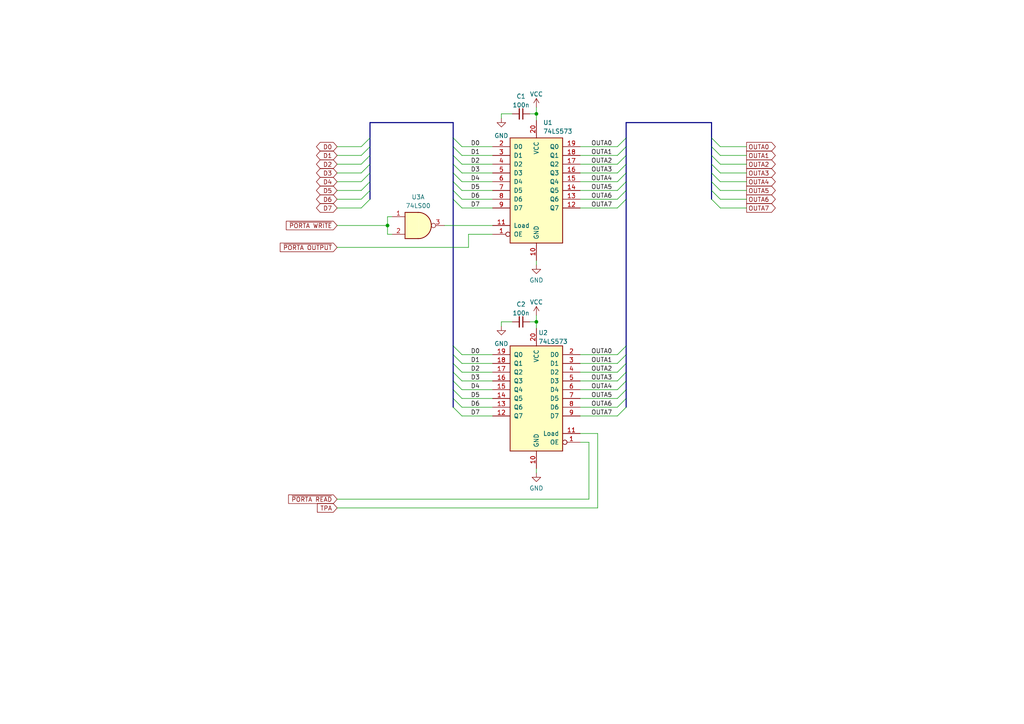
<source format=kicad_sch>
(kicad_sch (version 20230121) (generator eeschema)

  (uuid 5c309221-fd40-4a3f-a436-8cf1388cf367)

  (paper "A4")

  (lib_symbols
    (symbol "74xx:74LS00" (pin_names (offset 1.016)) (in_bom yes) (on_board yes)
      (property "Reference" "U" (at 0 1.27 0)
        (effects (font (size 1.27 1.27)))
      )
      (property "Value" "74LS00" (at 0 -1.27 0)
        (effects (font (size 1.27 1.27)))
      )
      (property "Footprint" "" (at 0 0 0)
        (effects (font (size 1.27 1.27)) hide)
      )
      (property "Datasheet" "http://www.ti.com/lit/gpn/sn74ls00" (at 0 0 0)
        (effects (font (size 1.27 1.27)) hide)
      )
      (property "ki_locked" "" (at 0 0 0)
        (effects (font (size 1.27 1.27)))
      )
      (property "ki_keywords" "TTL nand 2-input" (at 0 0 0)
        (effects (font (size 1.27 1.27)) hide)
      )
      (property "ki_description" "quad 2-input NAND gate" (at 0 0 0)
        (effects (font (size 1.27 1.27)) hide)
      )
      (property "ki_fp_filters" "DIP*W7.62mm* SO14*" (at 0 0 0)
        (effects (font (size 1.27 1.27)) hide)
      )
      (symbol "74LS00_1_1"
        (arc (start 0 -3.81) (mid 3.7934 0) (end 0 3.81)
          (stroke (width 0.254) (type default))
          (fill (type background))
        )
        (polyline
          (pts
            (xy 0 3.81)
            (xy -3.81 3.81)
            (xy -3.81 -3.81)
            (xy 0 -3.81)
          )
          (stroke (width 0.254) (type default))
          (fill (type background))
        )
        (pin input line (at -7.62 2.54 0) (length 3.81)
          (name "~" (effects (font (size 1.27 1.27))))
          (number "1" (effects (font (size 1.27 1.27))))
        )
        (pin input line (at -7.62 -2.54 0) (length 3.81)
          (name "~" (effects (font (size 1.27 1.27))))
          (number "2" (effects (font (size 1.27 1.27))))
        )
        (pin output inverted (at 7.62 0 180) (length 3.81)
          (name "~" (effects (font (size 1.27 1.27))))
          (number "3" (effects (font (size 1.27 1.27))))
        )
      )
      (symbol "74LS00_1_2"
        (arc (start -3.81 -3.81) (mid -2.589 0) (end -3.81 3.81)
          (stroke (width 0.254) (type default))
          (fill (type none))
        )
        (arc (start -0.6096 -3.81) (mid 2.1842 -2.5851) (end 3.81 0)
          (stroke (width 0.254) (type default))
          (fill (type background))
        )
        (polyline
          (pts
            (xy -3.81 -3.81)
            (xy -0.635 -3.81)
          )
          (stroke (width 0.254) (type default))
          (fill (type background))
        )
        (polyline
          (pts
            (xy -3.81 3.81)
            (xy -0.635 3.81)
          )
          (stroke (width 0.254) (type default))
          (fill (type background))
        )
        (polyline
          (pts
            (xy -0.635 3.81)
            (xy -3.81 3.81)
            (xy -3.81 3.81)
            (xy -3.556 3.4036)
            (xy -3.0226 2.2606)
            (xy -2.6924 1.0414)
            (xy -2.6162 -0.254)
            (xy -2.7686 -1.4986)
            (xy -3.175 -2.7178)
            (xy -3.81 -3.81)
            (xy -3.81 -3.81)
            (xy -0.635 -3.81)
          )
          (stroke (width -25.4) (type default))
          (fill (type background))
        )
        (arc (start 3.81 0) (mid 2.1915 2.5936) (end -0.6096 3.81)
          (stroke (width 0.254) (type default))
          (fill (type background))
        )
        (pin input inverted (at -7.62 2.54 0) (length 4.318)
          (name "~" (effects (font (size 1.27 1.27))))
          (number "1" (effects (font (size 1.27 1.27))))
        )
        (pin input inverted (at -7.62 -2.54 0) (length 4.318)
          (name "~" (effects (font (size 1.27 1.27))))
          (number "2" (effects (font (size 1.27 1.27))))
        )
        (pin output line (at 7.62 0 180) (length 3.81)
          (name "~" (effects (font (size 1.27 1.27))))
          (number "3" (effects (font (size 1.27 1.27))))
        )
      )
      (symbol "74LS00_2_1"
        (arc (start 0 -3.81) (mid 3.7934 0) (end 0 3.81)
          (stroke (width 0.254) (type default))
          (fill (type background))
        )
        (polyline
          (pts
            (xy 0 3.81)
            (xy -3.81 3.81)
            (xy -3.81 -3.81)
            (xy 0 -3.81)
          )
          (stroke (width 0.254) (type default))
          (fill (type background))
        )
        (pin input line (at -7.62 2.54 0) (length 3.81)
          (name "~" (effects (font (size 1.27 1.27))))
          (number "4" (effects (font (size 1.27 1.27))))
        )
        (pin input line (at -7.62 -2.54 0) (length 3.81)
          (name "~" (effects (font (size 1.27 1.27))))
          (number "5" (effects (font (size 1.27 1.27))))
        )
        (pin output inverted (at 7.62 0 180) (length 3.81)
          (name "~" (effects (font (size 1.27 1.27))))
          (number "6" (effects (font (size 1.27 1.27))))
        )
      )
      (symbol "74LS00_2_2"
        (arc (start -3.81 -3.81) (mid -2.589 0) (end -3.81 3.81)
          (stroke (width 0.254) (type default))
          (fill (type none))
        )
        (arc (start -0.6096 -3.81) (mid 2.1842 -2.5851) (end 3.81 0)
          (stroke (width 0.254) (type default))
          (fill (type background))
        )
        (polyline
          (pts
            (xy -3.81 -3.81)
            (xy -0.635 -3.81)
          )
          (stroke (width 0.254) (type default))
          (fill (type background))
        )
        (polyline
          (pts
            (xy -3.81 3.81)
            (xy -0.635 3.81)
          )
          (stroke (width 0.254) (type default))
          (fill (type background))
        )
        (polyline
          (pts
            (xy -0.635 3.81)
            (xy -3.81 3.81)
            (xy -3.81 3.81)
            (xy -3.556 3.4036)
            (xy -3.0226 2.2606)
            (xy -2.6924 1.0414)
            (xy -2.6162 -0.254)
            (xy -2.7686 -1.4986)
            (xy -3.175 -2.7178)
            (xy -3.81 -3.81)
            (xy -3.81 -3.81)
            (xy -0.635 -3.81)
          )
          (stroke (width -25.4) (type default))
          (fill (type background))
        )
        (arc (start 3.81 0) (mid 2.1915 2.5936) (end -0.6096 3.81)
          (stroke (width 0.254) (type default))
          (fill (type background))
        )
        (pin input inverted (at -7.62 2.54 0) (length 4.318)
          (name "~" (effects (font (size 1.27 1.27))))
          (number "4" (effects (font (size 1.27 1.27))))
        )
        (pin input inverted (at -7.62 -2.54 0) (length 4.318)
          (name "~" (effects (font (size 1.27 1.27))))
          (number "5" (effects (font (size 1.27 1.27))))
        )
        (pin output line (at 7.62 0 180) (length 3.81)
          (name "~" (effects (font (size 1.27 1.27))))
          (number "6" (effects (font (size 1.27 1.27))))
        )
      )
      (symbol "74LS00_3_1"
        (arc (start 0 -3.81) (mid 3.7934 0) (end 0 3.81)
          (stroke (width 0.254) (type default))
          (fill (type background))
        )
        (polyline
          (pts
            (xy 0 3.81)
            (xy -3.81 3.81)
            (xy -3.81 -3.81)
            (xy 0 -3.81)
          )
          (stroke (width 0.254) (type default))
          (fill (type background))
        )
        (pin input line (at -7.62 -2.54 0) (length 3.81)
          (name "~" (effects (font (size 1.27 1.27))))
          (number "10" (effects (font (size 1.27 1.27))))
        )
        (pin output inverted (at 7.62 0 180) (length 3.81)
          (name "~" (effects (font (size 1.27 1.27))))
          (number "8" (effects (font (size 1.27 1.27))))
        )
        (pin input line (at -7.62 2.54 0) (length 3.81)
          (name "~" (effects (font (size 1.27 1.27))))
          (number "9" (effects (font (size 1.27 1.27))))
        )
      )
      (symbol "74LS00_3_2"
        (arc (start -3.81 -3.81) (mid -2.589 0) (end -3.81 3.81)
          (stroke (width 0.254) (type default))
          (fill (type none))
        )
        (arc (start -0.6096 -3.81) (mid 2.1842 -2.5851) (end 3.81 0)
          (stroke (width 0.254) (type default))
          (fill (type background))
        )
        (polyline
          (pts
            (xy -3.81 -3.81)
            (xy -0.635 -3.81)
          )
          (stroke (width 0.254) (type default))
          (fill (type background))
        )
        (polyline
          (pts
            (xy -3.81 3.81)
            (xy -0.635 3.81)
          )
          (stroke (width 0.254) (type default))
          (fill (type background))
        )
        (polyline
          (pts
            (xy -0.635 3.81)
            (xy -3.81 3.81)
            (xy -3.81 3.81)
            (xy -3.556 3.4036)
            (xy -3.0226 2.2606)
            (xy -2.6924 1.0414)
            (xy -2.6162 -0.254)
            (xy -2.7686 -1.4986)
            (xy -3.175 -2.7178)
            (xy -3.81 -3.81)
            (xy -3.81 -3.81)
            (xy -0.635 -3.81)
          )
          (stroke (width -25.4) (type default))
          (fill (type background))
        )
        (arc (start 3.81 0) (mid 2.1915 2.5936) (end -0.6096 3.81)
          (stroke (width 0.254) (type default))
          (fill (type background))
        )
        (pin input inverted (at -7.62 -2.54 0) (length 4.318)
          (name "~" (effects (font (size 1.27 1.27))))
          (number "10" (effects (font (size 1.27 1.27))))
        )
        (pin output line (at 7.62 0 180) (length 3.81)
          (name "~" (effects (font (size 1.27 1.27))))
          (number "8" (effects (font (size 1.27 1.27))))
        )
        (pin input inverted (at -7.62 2.54 0) (length 4.318)
          (name "~" (effects (font (size 1.27 1.27))))
          (number "9" (effects (font (size 1.27 1.27))))
        )
      )
      (symbol "74LS00_4_1"
        (arc (start 0 -3.81) (mid 3.7934 0) (end 0 3.81)
          (stroke (width 0.254) (type default))
          (fill (type background))
        )
        (polyline
          (pts
            (xy 0 3.81)
            (xy -3.81 3.81)
            (xy -3.81 -3.81)
            (xy 0 -3.81)
          )
          (stroke (width 0.254) (type default))
          (fill (type background))
        )
        (pin output inverted (at 7.62 0 180) (length 3.81)
          (name "~" (effects (font (size 1.27 1.27))))
          (number "11" (effects (font (size 1.27 1.27))))
        )
        (pin input line (at -7.62 2.54 0) (length 3.81)
          (name "~" (effects (font (size 1.27 1.27))))
          (number "12" (effects (font (size 1.27 1.27))))
        )
        (pin input line (at -7.62 -2.54 0) (length 3.81)
          (name "~" (effects (font (size 1.27 1.27))))
          (number "13" (effects (font (size 1.27 1.27))))
        )
      )
      (symbol "74LS00_4_2"
        (arc (start -3.81 -3.81) (mid -2.589 0) (end -3.81 3.81)
          (stroke (width 0.254) (type default))
          (fill (type none))
        )
        (arc (start -0.6096 -3.81) (mid 2.1842 -2.5851) (end 3.81 0)
          (stroke (width 0.254) (type default))
          (fill (type background))
        )
        (polyline
          (pts
            (xy -3.81 -3.81)
            (xy -0.635 -3.81)
          )
          (stroke (width 0.254) (type default))
          (fill (type background))
        )
        (polyline
          (pts
            (xy -3.81 3.81)
            (xy -0.635 3.81)
          )
          (stroke (width 0.254) (type default))
          (fill (type background))
        )
        (polyline
          (pts
            (xy -0.635 3.81)
            (xy -3.81 3.81)
            (xy -3.81 3.81)
            (xy -3.556 3.4036)
            (xy -3.0226 2.2606)
            (xy -2.6924 1.0414)
            (xy -2.6162 -0.254)
            (xy -2.7686 -1.4986)
            (xy -3.175 -2.7178)
            (xy -3.81 -3.81)
            (xy -3.81 -3.81)
            (xy -0.635 -3.81)
          )
          (stroke (width -25.4) (type default))
          (fill (type background))
        )
        (arc (start 3.81 0) (mid 2.1915 2.5936) (end -0.6096 3.81)
          (stroke (width 0.254) (type default))
          (fill (type background))
        )
        (pin output line (at 7.62 0 180) (length 3.81)
          (name "~" (effects (font (size 1.27 1.27))))
          (number "11" (effects (font (size 1.27 1.27))))
        )
        (pin input inverted (at -7.62 2.54 0) (length 4.318)
          (name "~" (effects (font (size 1.27 1.27))))
          (number "12" (effects (font (size 1.27 1.27))))
        )
        (pin input inverted (at -7.62 -2.54 0) (length 4.318)
          (name "~" (effects (font (size 1.27 1.27))))
          (number "13" (effects (font (size 1.27 1.27))))
        )
      )
      (symbol "74LS00_5_0"
        (pin power_in line (at 0 12.7 270) (length 5.08)
          (name "VCC" (effects (font (size 1.27 1.27))))
          (number "14" (effects (font (size 1.27 1.27))))
        )
        (pin power_in line (at 0 -12.7 90) (length 5.08)
          (name "GND" (effects (font (size 1.27 1.27))))
          (number "7" (effects (font (size 1.27 1.27))))
        )
      )
      (symbol "74LS00_5_1"
        (rectangle (start -5.08 7.62) (end 5.08 -7.62)
          (stroke (width 0.254) (type default))
          (fill (type background))
        )
      )
    )
    (symbol "74xx:74LS573" (pin_names (offset 1.016)) (in_bom yes) (on_board yes)
      (property "Reference" "U" (at -7.62 16.51 0)
        (effects (font (size 1.27 1.27)))
      )
      (property "Value" "74LS573" (at -7.62 -16.51 0)
        (effects (font (size 1.27 1.27)))
      )
      (property "Footprint" "" (at 0 0 0)
        (effects (font (size 1.27 1.27)) hide)
      )
      (property "Datasheet" "74xx/74hc573.pdf" (at 0 0 0)
        (effects (font (size 1.27 1.27)) hide)
      )
      (property "ki_locked" "" (at 0 0 0)
        (effects (font (size 1.27 1.27)))
      )
      (property "ki_keywords" "TTL DFF DFF8 LATCH 3State" (at 0 0 0)
        (effects (font (size 1.27 1.27)) hide)
      )
      (property "ki_description" "8-bit Latch 3-state outputs" (at 0 0 0)
        (effects (font (size 1.27 1.27)) hide)
      )
      (property "ki_fp_filters" "DIP?20*" (at 0 0 0)
        (effects (font (size 1.27 1.27)) hide)
      )
      (symbol "74LS573_1_0"
        (pin input inverted (at -12.7 -12.7 0) (length 5.08)
          (name "OE" (effects (font (size 1.27 1.27))))
          (number "1" (effects (font (size 1.27 1.27))))
        )
        (pin power_in line (at 0 -20.32 90) (length 5.08)
          (name "GND" (effects (font (size 1.27 1.27))))
          (number "10" (effects (font (size 1.27 1.27))))
        )
        (pin input line (at -12.7 -10.16 0) (length 5.08)
          (name "Load" (effects (font (size 1.27 1.27))))
          (number "11" (effects (font (size 1.27 1.27))))
        )
        (pin tri_state line (at 12.7 -5.08 180) (length 5.08)
          (name "Q7" (effects (font (size 1.27 1.27))))
          (number "12" (effects (font (size 1.27 1.27))))
        )
        (pin tri_state line (at 12.7 -2.54 180) (length 5.08)
          (name "Q6" (effects (font (size 1.27 1.27))))
          (number "13" (effects (font (size 1.27 1.27))))
        )
        (pin tri_state line (at 12.7 0 180) (length 5.08)
          (name "Q5" (effects (font (size 1.27 1.27))))
          (number "14" (effects (font (size 1.27 1.27))))
        )
        (pin tri_state line (at 12.7 2.54 180) (length 5.08)
          (name "Q4" (effects (font (size 1.27 1.27))))
          (number "15" (effects (font (size 1.27 1.27))))
        )
        (pin tri_state line (at 12.7 5.08 180) (length 5.08)
          (name "Q3" (effects (font (size 1.27 1.27))))
          (number "16" (effects (font (size 1.27 1.27))))
        )
        (pin tri_state line (at 12.7 7.62 180) (length 5.08)
          (name "Q2" (effects (font (size 1.27 1.27))))
          (number "17" (effects (font (size 1.27 1.27))))
        )
        (pin tri_state line (at 12.7 10.16 180) (length 5.08)
          (name "Q1" (effects (font (size 1.27 1.27))))
          (number "18" (effects (font (size 1.27 1.27))))
        )
        (pin tri_state line (at 12.7 12.7 180) (length 5.08)
          (name "Q0" (effects (font (size 1.27 1.27))))
          (number "19" (effects (font (size 1.27 1.27))))
        )
        (pin input line (at -12.7 12.7 0) (length 5.08)
          (name "D0" (effects (font (size 1.27 1.27))))
          (number "2" (effects (font (size 1.27 1.27))))
        )
        (pin power_in line (at 0 20.32 270) (length 5.08)
          (name "VCC" (effects (font (size 1.27 1.27))))
          (number "20" (effects (font (size 1.27 1.27))))
        )
        (pin input line (at -12.7 10.16 0) (length 5.08)
          (name "D1" (effects (font (size 1.27 1.27))))
          (number "3" (effects (font (size 1.27 1.27))))
        )
        (pin input line (at -12.7 7.62 0) (length 5.08)
          (name "D2" (effects (font (size 1.27 1.27))))
          (number "4" (effects (font (size 1.27 1.27))))
        )
        (pin input line (at -12.7 5.08 0) (length 5.08)
          (name "D3" (effects (font (size 1.27 1.27))))
          (number "5" (effects (font (size 1.27 1.27))))
        )
        (pin input line (at -12.7 2.54 0) (length 5.08)
          (name "D4" (effects (font (size 1.27 1.27))))
          (number "6" (effects (font (size 1.27 1.27))))
        )
        (pin input line (at -12.7 0 0) (length 5.08)
          (name "D5" (effects (font (size 1.27 1.27))))
          (number "7" (effects (font (size 1.27 1.27))))
        )
        (pin input line (at -12.7 -2.54 0) (length 5.08)
          (name "D6" (effects (font (size 1.27 1.27))))
          (number "8" (effects (font (size 1.27 1.27))))
        )
        (pin input line (at -12.7 -5.08 0) (length 5.08)
          (name "D7" (effects (font (size 1.27 1.27))))
          (number "9" (effects (font (size 1.27 1.27))))
        )
      )
      (symbol "74LS573_1_1"
        (rectangle (start -7.62 15.24) (end 7.62 -15.24)
          (stroke (width 0.254) (type default))
          (fill (type background))
        )
      )
    )
    (symbol "Device:C_Small" (pin_numbers hide) (pin_names (offset 0.254) hide) (in_bom yes) (on_board yes)
      (property "Reference" "C" (at 0.254 1.778 0)
        (effects (font (size 1.27 1.27)) (justify left))
      )
      (property "Value" "C_Small" (at 0.254 -2.032 0)
        (effects (font (size 1.27 1.27)) (justify left))
      )
      (property "Footprint" "" (at 0 0 0)
        (effects (font (size 1.27 1.27)) hide)
      )
      (property "Datasheet" "~" (at 0 0 0)
        (effects (font (size 1.27 1.27)) hide)
      )
      (property "ki_keywords" "capacitor cap" (at 0 0 0)
        (effects (font (size 1.27 1.27)) hide)
      )
      (property "ki_description" "Unpolarized capacitor, small symbol" (at 0 0 0)
        (effects (font (size 1.27 1.27)) hide)
      )
      (property "ki_fp_filters" "C_*" (at 0 0 0)
        (effects (font (size 1.27 1.27)) hide)
      )
      (symbol "C_Small_0_1"
        (polyline
          (pts
            (xy -1.524 -0.508)
            (xy 1.524 -0.508)
          )
          (stroke (width 0.3302) (type default))
          (fill (type none))
        )
        (polyline
          (pts
            (xy -1.524 0.508)
            (xy 1.524 0.508)
          )
          (stroke (width 0.3048) (type default))
          (fill (type none))
        )
      )
      (symbol "C_Small_1_1"
        (pin passive line (at 0 2.54 270) (length 2.032)
          (name "~" (effects (font (size 1.27 1.27))))
          (number "1" (effects (font (size 1.27 1.27))))
        )
        (pin passive line (at 0 -2.54 90) (length 2.032)
          (name "~" (effects (font (size 1.27 1.27))))
          (number "2" (effects (font (size 1.27 1.27))))
        )
      )
    )
    (symbol "power:GND" (power) (pin_names (offset 0)) (in_bom yes) (on_board yes)
      (property "Reference" "#PWR" (at 0 -6.35 0)
        (effects (font (size 1.27 1.27)) hide)
      )
      (property "Value" "GND" (at 0 -3.81 0)
        (effects (font (size 1.27 1.27)))
      )
      (property "Footprint" "" (at 0 0 0)
        (effects (font (size 1.27 1.27)) hide)
      )
      (property "Datasheet" "" (at 0 0 0)
        (effects (font (size 1.27 1.27)) hide)
      )
      (property "ki_keywords" "global power" (at 0 0 0)
        (effects (font (size 1.27 1.27)) hide)
      )
      (property "ki_description" "Power symbol creates a global label with name \"GND\" , ground" (at 0 0 0)
        (effects (font (size 1.27 1.27)) hide)
      )
      (symbol "GND_0_1"
        (polyline
          (pts
            (xy 0 0)
            (xy 0 -1.27)
            (xy 1.27 -1.27)
            (xy 0 -2.54)
            (xy -1.27 -1.27)
            (xy 0 -1.27)
          )
          (stroke (width 0) (type default))
          (fill (type none))
        )
      )
      (symbol "GND_1_1"
        (pin power_in line (at 0 0 270) (length 0) hide
          (name "GND" (effects (font (size 1.27 1.27))))
          (number "1" (effects (font (size 1.27 1.27))))
        )
      )
    )
    (symbol "power:VCC" (power) (pin_names (offset 0)) (in_bom yes) (on_board yes)
      (property "Reference" "#PWR" (at 0 -3.81 0)
        (effects (font (size 1.27 1.27)) hide)
      )
      (property "Value" "VCC" (at 0 3.81 0)
        (effects (font (size 1.27 1.27)))
      )
      (property "Footprint" "" (at 0 0 0)
        (effects (font (size 1.27 1.27)) hide)
      )
      (property "Datasheet" "" (at 0 0 0)
        (effects (font (size 1.27 1.27)) hide)
      )
      (property "ki_keywords" "global power" (at 0 0 0)
        (effects (font (size 1.27 1.27)) hide)
      )
      (property "ki_description" "Power symbol creates a global label with name \"VCC\"" (at 0 0 0)
        (effects (font (size 1.27 1.27)) hide)
      )
      (symbol "VCC_0_1"
        (polyline
          (pts
            (xy -0.762 1.27)
            (xy 0 2.54)
          )
          (stroke (width 0) (type default))
          (fill (type none))
        )
        (polyline
          (pts
            (xy 0 0)
            (xy 0 2.54)
          )
          (stroke (width 0) (type default))
          (fill (type none))
        )
        (polyline
          (pts
            (xy 0 2.54)
            (xy 0.762 1.27)
          )
          (stroke (width 0) (type default))
          (fill (type none))
        )
      )
      (symbol "VCC_1_1"
        (pin power_in line (at 0 0 90) (length 0) hide
          (name "VCC" (effects (font (size 1.27 1.27))))
          (number "1" (effects (font (size 1.27 1.27))))
        )
      )
    )
  )

  (junction (at 112.395 65.405) (diameter 0) (color 0 0 0 0)
    (uuid 15e57725-8ba9-4c5f-aecb-b70e4a3eca93)
  )
  (junction (at 155.575 93.345) (diameter 0) (color 0 0 0 0)
    (uuid 58357c06-5378-4bdb-a0e1-8c13c2c3b92c)
  )
  (junction (at 155.575 33.02) (diameter 0) (color 0 0 0 0)
    (uuid 5e8f1e8a-e5e4-4788-ac67-fe1792843e70)
  )

  (bus_entry (at 206.375 50.165) (size 2.54 2.54)
    (stroke (width 0) (type default))
    (uuid 0116fbea-65ff-4529-88a5-e6d0160043e4)
  )
  (bus_entry (at 107.315 55.245) (size -2.54 2.54)
    (stroke (width 0) (type default))
    (uuid 074df98d-f20d-4994-8975-57ea0fcebadc)
  )
  (bus_entry (at 181.61 47.625) (size -2.54 2.54)
    (stroke (width 0) (type default))
    (uuid 0835949a-3c26-4fca-a526-e931f6408710)
  )
  (bus_entry (at 181.61 100.33) (size -2.54 2.54)
    (stroke (width 0) (type default))
    (uuid 0fe167cf-f0ba-4f3c-8bed-66e641072fdf)
  )
  (bus_entry (at 131.445 55.245) (size 2.54 2.54)
    (stroke (width 0) (type default))
    (uuid 13d1f117-32af-45fd-b219-49e8e6533059)
  )
  (bus_entry (at 181.61 42.545) (size -2.54 2.54)
    (stroke (width 0) (type default))
    (uuid 1ae27835-d1c2-47ff-a457-67c853de7e89)
  )
  (bus_entry (at 181.61 50.165) (size -2.54 2.54)
    (stroke (width 0) (type default))
    (uuid 2044b4f6-e252-4687-93d4-22617563ce8a)
  )
  (bus_entry (at 131.445 52.705) (size 2.54 2.54)
    (stroke (width 0) (type default))
    (uuid 265e1c43-7fa1-4b4f-b7f9-0a57020f3fad)
  )
  (bus_entry (at 181.61 57.785) (size -2.54 2.54)
    (stroke (width 0) (type default))
    (uuid 37c59ea4-a80d-40d5-b84e-3bbfc721b991)
  )
  (bus_entry (at 131.445 105.41) (size 2.54 2.54)
    (stroke (width 0) (type default))
    (uuid 3a855bc7-0c87-4afc-a47a-771a65a7fac4)
  )
  (bus_entry (at 206.375 42.545) (size 2.54 2.54)
    (stroke (width 0) (type default))
    (uuid 46433902-35ad-4d9b-8314-1a999ace49e7)
  )
  (bus_entry (at 131.445 47.625) (size 2.54 2.54)
    (stroke (width 0) (type default))
    (uuid 47b0f592-a59b-4e82-92f1-c9a389ced8bd)
  )
  (bus_entry (at 131.445 50.165) (size 2.54 2.54)
    (stroke (width 0) (type default))
    (uuid 4ecc69d2-ddef-41e9-a254-1abf847f3373)
  )
  (bus_entry (at 131.445 42.545) (size 2.54 2.54)
    (stroke (width 0) (type default))
    (uuid 56e19dfb-9481-42f5-9913-966d535ba751)
  )
  (bus_entry (at 181.61 102.87) (size -2.54 2.54)
    (stroke (width 0) (type default))
    (uuid 5e3d383a-bafc-4af9-8d24-5bc2e2293a6e)
  )
  (bus_entry (at 131.445 40.005) (size 2.54 2.54)
    (stroke (width 0) (type default))
    (uuid 600c7722-a2b4-4dd6-865b-5daca955405c)
  )
  (bus_entry (at 107.315 40.005) (size -2.54 2.54)
    (stroke (width 0) (type default))
    (uuid 67b42a8f-286d-4841-badb-c9f8559431eb)
  )
  (bus_entry (at 131.445 102.87) (size 2.54 2.54)
    (stroke (width 0) (type default))
    (uuid 711e8e07-a2f3-4fd3-96e9-adfe22cccbf9)
  )
  (bus_entry (at 131.445 100.33) (size 2.54 2.54)
    (stroke (width 0) (type default))
    (uuid 7718c334-d9ba-4541-b7b0-dadb6e1d7c3d)
  )
  (bus_entry (at 206.375 40.005) (size 2.54 2.54)
    (stroke (width 0) (type default))
    (uuid 7cb5b198-5a82-4fba-a27e-90c168f2d378)
  )
  (bus_entry (at 131.445 107.95) (size 2.54 2.54)
    (stroke (width 0) (type default))
    (uuid 7e207304-c7b6-4f55-95ff-5b0275a2a21c)
  )
  (bus_entry (at 131.445 115.57) (size 2.54 2.54)
    (stroke (width 0) (type default))
    (uuid 7fbb467a-0aed-475c-b8ac-046454456370)
  )
  (bus_entry (at 181.61 55.245) (size -2.54 2.54)
    (stroke (width 0) (type default))
    (uuid 7fea30c2-0361-4935-b176-e450849441ab)
  )
  (bus_entry (at 181.61 52.705) (size -2.54 2.54)
    (stroke (width 0) (type default))
    (uuid 84e80188-0a37-4d99-87f2-b4a5ee64e5a4)
  )
  (bus_entry (at 131.445 118.11) (size 2.54 2.54)
    (stroke (width 0) (type default))
    (uuid 8f46a7fc-5271-428c-a18e-1411d0c7f2d6)
  )
  (bus_entry (at 107.315 47.625) (size -2.54 2.54)
    (stroke (width 0) (type default))
    (uuid 93de9c19-d9d1-4b89-a7df-0e77a873239e)
  )
  (bus_entry (at 107.315 42.545) (size -2.54 2.54)
    (stroke (width 0) (type default))
    (uuid 94b9030f-4cdb-4839-919a-5741fb11cdbc)
  )
  (bus_entry (at 181.61 105.41) (size -2.54 2.54)
    (stroke (width 0) (type default))
    (uuid 954e0c03-f100-4abf-a451-61c82ce6d843)
  )
  (bus_entry (at 181.61 115.57) (size -2.54 2.54)
    (stroke (width 0) (type default))
    (uuid 9db75c8b-5bd5-4d16-b3a0-9c8bd7baf0d6)
  )
  (bus_entry (at 107.315 45.085) (size -2.54 2.54)
    (stroke (width 0) (type default))
    (uuid a4a3379d-d678-4456-88b9-70d31ac8e2e0)
  )
  (bus_entry (at 181.61 45.085) (size -2.54 2.54)
    (stroke (width 0) (type default))
    (uuid a532b8b6-3e92-4e07-8248-14cd8b705903)
  )
  (bus_entry (at 131.445 45.085) (size 2.54 2.54)
    (stroke (width 0) (type default))
    (uuid ae379953-9d74-4b4b-a1e8-278ce47d7c6d)
  )
  (bus_entry (at 206.375 45.085) (size 2.54 2.54)
    (stroke (width 0) (type default))
    (uuid b4050b62-8670-4926-bca9-848eb8afb55a)
  )
  (bus_entry (at 206.375 55.245) (size 2.54 2.54)
    (stroke (width 0) (type default))
    (uuid b987b1ca-118b-41dd-a09a-67b2c04e17bc)
  )
  (bus_entry (at 206.375 57.785) (size 2.54 2.54)
    (stroke (width 0) (type default))
    (uuid bf26f1a5-5351-4434-8cd7-cac70594fcb8)
  )
  (bus_entry (at 107.315 50.165) (size -2.54 2.54)
    (stroke (width 0) (type default))
    (uuid c6489a99-d6b5-440d-a721-8f715d84ded9)
  )
  (bus_entry (at 107.315 52.705) (size -2.54 2.54)
    (stroke (width 0) (type default))
    (uuid c701007b-7bfa-4992-975d-0eeecab74e7d)
  )
  (bus_entry (at 181.61 118.11) (size -2.54 2.54)
    (stroke (width 0) (type default))
    (uuid d0f30295-29d3-49cc-b4da-9e06ce6f1e9b)
  )
  (bus_entry (at 107.315 57.785) (size -2.54 2.54)
    (stroke (width 0) (type default))
    (uuid db31c9f1-e48b-4a19-b7c1-b8bb5fe88c72)
  )
  (bus_entry (at 206.375 47.625) (size 2.54 2.54)
    (stroke (width 0) (type default))
    (uuid dd076491-761d-46b9-a133-b8d8f57be655)
  )
  (bus_entry (at 206.375 52.705) (size 2.54 2.54)
    (stroke (width 0) (type default))
    (uuid dfdaf921-7e89-4cdb-9a3d-80e2e7ca797e)
  )
  (bus_entry (at 181.61 110.49) (size -2.54 2.54)
    (stroke (width 0) (type default))
    (uuid e4ee40cd-faa1-4b5d-8b08-9cfd07c90039)
  )
  (bus_entry (at 181.61 40.005) (size -2.54 2.54)
    (stroke (width 0) (type default))
    (uuid f01fb019-65eb-4f2f-9fec-9bd094239df2)
  )
  (bus_entry (at 131.445 113.03) (size 2.54 2.54)
    (stroke (width 0) (type default))
    (uuid f28784f3-5a64-4539-84db-b921d5ae45e9)
  )
  (bus_entry (at 131.445 57.785) (size 2.54 2.54)
    (stroke (width 0) (type default))
    (uuid f28d0dd3-a72d-455c-99ea-09fdb9d9e2ac)
  )
  (bus_entry (at 181.61 113.03) (size -2.54 2.54)
    (stroke (width 0) (type default))
    (uuid f3f64e1c-5868-4321-8e2b-dcb36137255a)
  )
  (bus_entry (at 131.445 110.49) (size 2.54 2.54)
    (stroke (width 0) (type default))
    (uuid f61cc8fc-d794-4e91-96dc-56cb463a5d25)
  )
  (bus_entry (at 181.61 107.95) (size -2.54 2.54)
    (stroke (width 0) (type default))
    (uuid f84723fa-9885-456a-b9f4-a22573c5a388)
  )

  (wire (pts (xy 155.575 135.89) (xy 155.575 137.16))
    (stroke (width 0) (type default))
    (uuid 0071dd2f-fb4f-4949-99c9-20a1fe803c25)
  )
  (wire (pts (xy 135.89 67.945) (xy 135.89 71.755))
    (stroke (width 0) (type default))
    (uuid 023008cd-19ce-4985-b5c1-7eb33fc0d83c)
  )
  (bus (pts (xy 206.375 50.165) (xy 206.375 52.705))
    (stroke (width 0) (type default))
    (uuid 0317dacc-7fc6-4eb2-99ca-ea25118ef269)
  )
  (bus (pts (xy 181.61 107.95) (xy 181.61 105.41))
    (stroke (width 0) (type default))
    (uuid 04135423-9a47-4554-a04b-89fd7e667bbd)
  )

  (wire (pts (xy 133.985 115.57) (xy 142.875 115.57))
    (stroke (width 0) (type default))
    (uuid 05bdd428-34aa-41bc-b884-91bf5adfdf0f)
  )
  (wire (pts (xy 145.415 93.345) (xy 145.415 94.615))
    (stroke (width 0) (type default))
    (uuid 084adac5-1f1d-428e-9092-d82228c52b7e)
  )
  (bus (pts (xy 107.315 45.085) (xy 107.315 47.625))
    (stroke (width 0) (type default))
    (uuid 0c7427f0-b18f-4aa9-b2b7-7ef3de548d17)
  )

  (wire (pts (xy 168.275 50.165) (xy 179.07 50.165))
    (stroke (width 0) (type default))
    (uuid 0d0a1a10-96ba-4cca-be49-dcf46a0e331e)
  )
  (bus (pts (xy 181.61 35.56) (xy 206.375 35.56))
    (stroke (width 0) (type default))
    (uuid 0e63c946-f6f1-4ce4-a048-bde84c02bcf1)
  )

  (wire (pts (xy 97.79 147.32) (xy 173.355 147.32))
    (stroke (width 0) (type default))
    (uuid 0eabb9ff-4144-4bba-8500-251535a2a736)
  )
  (wire (pts (xy 133.985 57.785) (xy 142.875 57.785))
    (stroke (width 0) (type default))
    (uuid 10349372-9ded-4c99-a021-7b375557f360)
  )
  (wire (pts (xy 168.275 55.245) (xy 179.07 55.245))
    (stroke (width 0) (type default))
    (uuid 104f978f-8b34-4ff4-a69e-766a87024e64)
  )
  (wire (pts (xy 97.79 65.405) (xy 112.395 65.405))
    (stroke (width 0) (type default))
    (uuid 12ca9d0d-4abd-43c5-a6ef-f30aeb37f06b)
  )
  (bus (pts (xy 131.445 42.545) (xy 131.445 40.005))
    (stroke (width 0) (type default))
    (uuid 1a8e5c1b-a8d0-412e-a00b-4593962c47d5)
  )
  (bus (pts (xy 131.445 35.56) (xy 107.315 35.56))
    (stroke (width 0) (type default))
    (uuid 1d8312d2-f06a-4e45-86c6-db8a283981e5)
  )

  (wire (pts (xy 133.985 42.545) (xy 142.875 42.545))
    (stroke (width 0) (type default))
    (uuid 2042f1fc-59b0-4b1d-9185-89a63c8b8863)
  )
  (wire (pts (xy 168.275 52.705) (xy 179.07 52.705))
    (stroke (width 0) (type default))
    (uuid 23bb2d93-bcab-493e-b45a-433e153bdf16)
  )
  (bus (pts (xy 131.445 107.95) (xy 131.445 105.41))
    (stroke (width 0) (type default))
    (uuid 251ca653-6e7c-4cae-a62f-f216230d6337)
  )

  (wire (pts (xy 153.67 93.345) (xy 155.575 93.345))
    (stroke (width 0) (type default))
    (uuid 25434226-7b6f-4128-b5a9-647f9d4cd5d5)
  )
  (wire (pts (xy 168.275 110.49) (xy 179.07 110.49))
    (stroke (width 0) (type default))
    (uuid 2543d688-2a0c-4d47-9e99-174cc67751d9)
  )
  (wire (pts (xy 133.985 105.41) (xy 142.875 105.41))
    (stroke (width 0) (type default))
    (uuid 27d3d6e5-7e1d-4e81-9d32-ba1c709b60af)
  )
  (bus (pts (xy 131.445 57.785) (xy 131.445 55.245))
    (stroke (width 0) (type default))
    (uuid 2b5dbb0a-58aa-4fa0-be1e-d9a0fc09e665)
  )
  (bus (pts (xy 107.315 42.545) (xy 107.315 45.085))
    (stroke (width 0) (type default))
    (uuid 2badcd45-2401-455f-9004-629218e04456)
  )
  (bus (pts (xy 131.445 40.005) (xy 131.445 35.56))
    (stroke (width 0) (type default))
    (uuid 2e742da5-ceec-4fa6-80ff-28f8afd2b6e7)
  )

  (wire (pts (xy 153.67 33.02) (xy 155.575 33.02))
    (stroke (width 0) (type default))
    (uuid 2f950c2b-c8eb-4d9b-94f2-4c5c9193c011)
  )
  (wire (pts (xy 133.985 118.11) (xy 142.875 118.11))
    (stroke (width 0) (type default))
    (uuid 3331ef80-aa96-426f-966c-c811a012fc7a)
  )
  (wire (pts (xy 133.985 55.245) (xy 142.875 55.245))
    (stroke (width 0) (type default))
    (uuid 3945599a-0778-4550-bacf-74420932b5c7)
  )
  (wire (pts (xy 97.79 52.705) (xy 104.775 52.705))
    (stroke (width 0) (type default))
    (uuid 3a17da4f-d5ee-4eda-92c0-d0af902fd1ce)
  )
  (wire (pts (xy 112.395 65.405) (xy 112.395 67.945))
    (stroke (width 0) (type default))
    (uuid 3f120c3c-f595-42c8-8fde-851023614bd2)
  )
  (bus (pts (xy 181.61 110.49) (xy 181.61 107.95))
    (stroke (width 0) (type default))
    (uuid 41e5139f-d821-4b94-b139-2ba451011532)
  )
  (bus (pts (xy 181.61 105.41) (xy 181.61 102.87))
    (stroke (width 0) (type default))
    (uuid 41f1ecf1-2cb7-4ba6-a1ec-a6c985a82885)
  )
  (bus (pts (xy 181.61 52.705) (xy 181.61 50.165))
    (stroke (width 0) (type default))
    (uuid 4609b11f-43a1-4e1a-b3a2-4709e2bb5dcf)
  )
  (bus (pts (xy 181.61 113.03) (xy 181.61 110.49))
    (stroke (width 0) (type default))
    (uuid 488c515d-986f-4913-894a-e000604e85d3)
  )
  (bus (pts (xy 181.61 50.165) (xy 181.61 47.625))
    (stroke (width 0) (type default))
    (uuid 49daa977-f70f-496a-bc09-b762b61b3296)
  )

  (wire (pts (xy 208.915 55.245) (xy 216.535 55.245))
    (stroke (width 0) (type default))
    (uuid 508d2b1d-47bd-49b9-aa3d-fc9fb0b37fbe)
  )
  (bus (pts (xy 131.445 110.49) (xy 131.445 107.95))
    (stroke (width 0) (type default))
    (uuid 52604feb-1285-4427-8705-626e4b062d22)
  )
  (bus (pts (xy 181.61 47.625) (xy 181.61 45.085))
    (stroke (width 0) (type default))
    (uuid 560088c1-1e7c-4ea3-93fc-d5b6885a56f3)
  )
  (bus (pts (xy 131.445 100.33) (xy 131.445 57.785))
    (stroke (width 0) (type default))
    (uuid 5630b1d5-ade2-433a-8e64-9844d0a20342)
  )

  (wire (pts (xy 168.275 107.95) (xy 179.07 107.95))
    (stroke (width 0) (type default))
    (uuid 578667eb-10ce-4035-8dd1-98ad290d74e1)
  )
  (bus (pts (xy 206.375 52.705) (xy 206.375 55.245))
    (stroke (width 0) (type default))
    (uuid 5c77b9cd-b349-4d61-9651-a8cf03b948a8)
  )

  (wire (pts (xy 97.79 47.625) (xy 104.775 47.625))
    (stroke (width 0) (type default))
    (uuid 5d7ddb99-997b-4b36-a30d-f52c33f2bfe4)
  )
  (wire (pts (xy 112.395 62.865) (xy 112.395 65.405))
    (stroke (width 0) (type default))
    (uuid 5de040a6-f3be-4655-b632-288a229f0ceb)
  )
  (bus (pts (xy 131.445 47.625) (xy 131.445 45.085))
    (stroke (width 0) (type default))
    (uuid 601a5fb3-41ee-4e2c-b77c-0bbe39e3a0d1)
  )

  (wire (pts (xy 112.395 67.945) (xy 113.665 67.945))
    (stroke (width 0) (type default))
    (uuid 6064c6ac-0c88-4c29-b658-8d1622a44eba)
  )
  (wire (pts (xy 145.415 33.02) (xy 145.415 34.29))
    (stroke (width 0) (type default))
    (uuid 61c6dec4-5a6f-4360-8865-84e227c698a6)
  )
  (wire (pts (xy 128.905 65.405) (xy 142.875 65.405))
    (stroke (width 0) (type default))
    (uuid 66a4fcee-a3ce-4c81-82eb-5708831d9273)
  )
  (bus (pts (xy 107.315 55.245) (xy 107.315 57.785))
    (stroke (width 0) (type default))
    (uuid 677ab86a-189c-435f-ae83-ea29db584915)
  )
  (bus (pts (xy 181.61 42.545) (xy 181.61 40.005))
    (stroke (width 0) (type default))
    (uuid 699623b4-c23d-4119-92c1-4b50343b5d35)
  )
  (bus (pts (xy 181.61 57.785) (xy 181.61 55.245))
    (stroke (width 0) (type default))
    (uuid 6d5f5549-72cc-4b0d-ac33-c19c2bdb62d3)
  )

  (wire (pts (xy 148.59 33.02) (xy 145.415 33.02))
    (stroke (width 0) (type default))
    (uuid 6e72dda9-3e16-45de-88fa-1847e3cd8da4)
  )
  (wire (pts (xy 113.665 62.865) (xy 112.395 62.865))
    (stroke (width 0) (type default))
    (uuid 70902acd-7abf-42f1-9949-bf48d23e5a9f)
  )
  (bus (pts (xy 131.445 55.245) (xy 131.445 52.705))
    (stroke (width 0) (type default))
    (uuid 77aceea8-5006-4eab-aba5-7eea90c78c5a)
  )

  (wire (pts (xy 155.575 33.02) (xy 155.575 34.925))
    (stroke (width 0) (type default))
    (uuid 77ddb610-6e5f-4e95-9b3a-03e6b04823bf)
  )
  (bus (pts (xy 107.315 40.005) (xy 107.315 42.545))
    (stroke (width 0) (type default))
    (uuid 79de1b04-562d-49fc-a5c6-16bfa72cb71d)
  )
  (bus (pts (xy 131.445 113.03) (xy 131.445 110.49))
    (stroke (width 0) (type default))
    (uuid 7a1bb58e-0fae-4c66-8556-8e97c183c8f1)
  )
  (bus (pts (xy 107.315 50.165) (xy 107.315 52.705))
    (stroke (width 0) (type default))
    (uuid 7b540eae-f887-45b1-82a4-1420b26d3a72)
  )

  (wire (pts (xy 168.275 115.57) (xy 179.07 115.57))
    (stroke (width 0) (type default))
    (uuid 7c6a0524-0deb-4377-9edc-eea5fff48752)
  )
  (wire (pts (xy 133.985 110.49) (xy 142.875 110.49))
    (stroke (width 0) (type default))
    (uuid 7d85c9d3-eaa7-42e2-8a7f-29099d608b16)
  )
  (wire (pts (xy 133.985 60.325) (xy 142.875 60.325))
    (stroke (width 0) (type default))
    (uuid 7ff9bea8-0730-4a72-be25-3b9c41dc4c5a)
  )
  (bus (pts (xy 181.61 100.33) (xy 181.61 57.785))
    (stroke (width 0) (type default))
    (uuid 80420c8d-524e-4804-b457-43a4fc551958)
  )
  (bus (pts (xy 206.375 55.245) (xy 206.375 57.785))
    (stroke (width 0) (type default))
    (uuid 8094a4f0-a483-411b-bbbb-50e01ac2c85f)
  )
  (bus (pts (xy 206.375 47.625) (xy 206.375 50.165))
    (stroke (width 0) (type default))
    (uuid 8342fba2-a3e4-4c2e-9daa-9dd786e902af)
  )

  (wire (pts (xy 133.985 45.085) (xy 142.875 45.085))
    (stroke (width 0) (type default))
    (uuid 867591b9-ac77-4042-b5f4-fe7cd4c38394)
  )
  (wire (pts (xy 155.575 31.115) (xy 155.575 33.02))
    (stroke (width 0) (type default))
    (uuid 868e3ff9-620c-46d5-aaa1-f46c94cada04)
  )
  (wire (pts (xy 168.275 47.625) (xy 179.07 47.625))
    (stroke (width 0) (type default))
    (uuid 89c679fd-4e14-4889-86b2-1001e267d462)
  )
  (wire (pts (xy 97.79 55.245) (xy 104.775 55.245))
    (stroke (width 0) (type default))
    (uuid 8b877b3d-def4-45a0-91a7-4970961f6bfd)
  )
  (wire (pts (xy 133.985 113.03) (xy 142.875 113.03))
    (stroke (width 0) (type default))
    (uuid 8bcea8ee-6df5-4d58-aad5-9134e79528c5)
  )
  (bus (pts (xy 131.445 115.57) (xy 131.445 113.03))
    (stroke (width 0) (type default))
    (uuid 8d45720a-c64a-493c-ae71-aecb5a8879af)
  )

  (wire (pts (xy 168.275 60.325) (xy 179.07 60.325))
    (stroke (width 0) (type default))
    (uuid 8ec6ce98-10e7-4bf8-8c61-6a6431b1e5b4)
  )
  (bus (pts (xy 131.445 50.165) (xy 131.445 47.625))
    (stroke (width 0) (type default))
    (uuid 8f2f1e89-f2b3-44c2-bb88-879c47ea078f)
  )

  (wire (pts (xy 208.915 42.545) (xy 216.535 42.545))
    (stroke (width 0) (type default))
    (uuid 98629d11-998a-4392-a1b4-6ad64c19832d)
  )
  (wire (pts (xy 133.985 47.625) (xy 142.875 47.625))
    (stroke (width 0) (type default))
    (uuid 9b9a43e9-7639-46f3-bdaf-33b14603d7fb)
  )
  (wire (pts (xy 97.79 50.165) (xy 104.775 50.165))
    (stroke (width 0) (type default))
    (uuid 9de5159d-ac07-43e7-a715-fec6492de3ad)
  )
  (wire (pts (xy 208.915 52.705) (xy 216.535 52.705))
    (stroke (width 0) (type default))
    (uuid 9de67e8f-c2d2-4b61-9685-4516ef70b101)
  )
  (wire (pts (xy 168.275 102.87) (xy 179.07 102.87))
    (stroke (width 0) (type default))
    (uuid 9e1fcc06-db0b-4b26-a7bd-19ccaedcc3b1)
  )
  (bus (pts (xy 131.445 102.87) (xy 131.445 100.33))
    (stroke (width 0) (type default))
    (uuid 9fa666e7-567e-4cb6-af2a-c8e9d430e923)
  )
  (bus (pts (xy 131.445 52.705) (xy 131.445 50.165))
    (stroke (width 0) (type default))
    (uuid a0513e41-84ef-408d-93cd-40e9cee83af2)
  )

  (wire (pts (xy 133.985 50.165) (xy 142.875 50.165))
    (stroke (width 0) (type default))
    (uuid a067f7f4-55fe-4ecb-a4bd-343acb117d48)
  )
  (bus (pts (xy 107.315 35.56) (xy 107.315 40.005))
    (stroke (width 0) (type default))
    (uuid a2113a94-6f33-4860-bb6c-afb86aaead3d)
  )

  (wire (pts (xy 168.275 125.73) (xy 173.355 125.73))
    (stroke (width 0) (type default))
    (uuid a71f02cc-db16-4d1d-be9b-de3c92cc5bea)
  )
  (wire (pts (xy 208.915 60.325) (xy 216.535 60.325))
    (stroke (width 0) (type default))
    (uuid ac4aae60-0bf3-4879-836e-44b09f480e4d)
  )
  (wire (pts (xy 155.575 93.345) (xy 155.575 95.25))
    (stroke (width 0) (type default))
    (uuid ad572cfb-71fa-45d4-b4f1-e19ef654b511)
  )
  (bus (pts (xy 181.61 118.11) (xy 181.61 115.57))
    (stroke (width 0) (type default))
    (uuid af412a24-1ad1-421f-b4c9-b6f85d1bfa29)
  )

  (wire (pts (xy 97.79 57.785) (xy 104.775 57.785))
    (stroke (width 0) (type default))
    (uuid b1a5dfe8-df77-4768-8f11-ca5f345ed94a)
  )
  (bus (pts (xy 181.61 55.245) (xy 181.61 52.705))
    (stroke (width 0) (type default))
    (uuid b377d48a-b3ef-4482-850b-ec23456e299d)
  )
  (bus (pts (xy 181.61 115.57) (xy 181.61 113.03))
    (stroke (width 0) (type default))
    (uuid b6c20599-06ce-43a5-846c-987459c55cd8)
  )

  (wire (pts (xy 133.985 102.87) (xy 142.875 102.87))
    (stroke (width 0) (type default))
    (uuid b894aa71-67d7-435f-961a-3ebb0c85bec6)
  )
  (wire (pts (xy 168.275 118.11) (xy 179.07 118.11))
    (stroke (width 0) (type default))
    (uuid bd7f19ed-652b-4a22-9660-e3d4c0037093)
  )
  (bus (pts (xy 206.375 42.545) (xy 206.375 45.085))
    (stroke (width 0) (type default))
    (uuid c0f0faf2-5ea2-4b64-aeca-a2e14787b2e5)
  )
  (bus (pts (xy 107.315 52.705) (xy 107.315 55.245))
    (stroke (width 0) (type default))
    (uuid c153657d-19bb-4176-bab6-cada933b0b4a)
  )

  (wire (pts (xy 142.875 67.945) (xy 135.89 67.945))
    (stroke (width 0) (type default))
    (uuid c74173fe-da8a-4762-aac1-eb0a52da895f)
  )
  (wire (pts (xy 133.985 107.95) (xy 142.875 107.95))
    (stroke (width 0) (type default))
    (uuid c7449df6-db7d-44c9-a525-055f2d395d09)
  )
  (wire (pts (xy 208.915 57.785) (xy 216.535 57.785))
    (stroke (width 0) (type default))
    (uuid c82d1ab1-2eaa-41c3-93d8-0c07094da7b3)
  )
  (wire (pts (xy 208.915 50.165) (xy 216.535 50.165))
    (stroke (width 0) (type default))
    (uuid c9d4c226-2298-45c4-beac-9d0eba7486cd)
  )
  (wire (pts (xy 168.275 105.41) (xy 179.07 105.41))
    (stroke (width 0) (type default))
    (uuid cb34719b-5d72-4150-b629-f2d4b9a5a6aa)
  )
  (bus (pts (xy 131.445 118.11) (xy 131.445 115.57))
    (stroke (width 0) (type default))
    (uuid cb4f2adf-c7b4-49f1-a1d0-b7266ec1007a)
  )

  (wire (pts (xy 133.985 120.65) (xy 142.875 120.65))
    (stroke (width 0) (type default))
    (uuid cc648665-de45-448d-bc73-3e4010d4ead1)
  )
  (wire (pts (xy 97.79 144.78) (xy 170.815 144.78))
    (stroke (width 0) (type default))
    (uuid cd9f4150-bd7d-4a96-84e8-aa25576259d1)
  )
  (wire (pts (xy 133.985 52.705) (xy 142.875 52.705))
    (stroke (width 0) (type default))
    (uuid d1832467-2208-43d6-b172-1feff9339efb)
  )
  (wire (pts (xy 97.79 42.545) (xy 104.775 42.545))
    (stroke (width 0) (type default))
    (uuid d443279f-0c28-4305-9330-5e0a852be1d5)
  )
  (bus (pts (xy 107.315 47.625) (xy 107.315 50.165))
    (stroke (width 0) (type default))
    (uuid d4baf286-71a9-4970-9105-098f6eac37e2)
  )
  (bus (pts (xy 131.445 45.085) (xy 131.445 42.545))
    (stroke (width 0) (type default))
    (uuid d4c4bab5-b995-4f6a-82b6-fd2cac7bd3da)
  )

  (wire (pts (xy 170.815 128.27) (xy 170.815 144.78))
    (stroke (width 0) (type default))
    (uuid d4ddfc44-1521-4521-b5f7-8258a5f1bc1d)
  )
  (bus (pts (xy 206.375 40.005) (xy 206.375 42.545))
    (stroke (width 0) (type default))
    (uuid d536f795-7dcc-4c8b-9a0f-47587e888bd2)
  )
  (bus (pts (xy 206.375 35.56) (xy 206.375 40.005))
    (stroke (width 0) (type default))
    (uuid d82cef29-9887-4340-854b-afdb85a24a56)
  )

  (wire (pts (xy 168.275 120.65) (xy 179.07 120.65))
    (stroke (width 0) (type default))
    (uuid d84cc8ea-38d2-4ff3-ae91-2f0e31b88434)
  )
  (wire (pts (xy 155.575 75.565) (xy 155.575 76.835))
    (stroke (width 0) (type default))
    (uuid d897e76f-1082-46c1-aac5-677588cc5bfa)
  )
  (wire (pts (xy 168.275 113.03) (xy 179.07 113.03))
    (stroke (width 0) (type default))
    (uuid d9f55545-3175-41bc-bb9a-7ed551218b19)
  )
  (wire (pts (xy 168.275 128.27) (xy 170.815 128.27))
    (stroke (width 0) (type default))
    (uuid dae46d0d-42ff-4137-8671-7186c4feaab0)
  )
  (wire (pts (xy 173.355 125.73) (xy 173.355 147.32))
    (stroke (width 0) (type default))
    (uuid db1a8953-1f0b-4006-879c-2d53d2203ecc)
  )
  (bus (pts (xy 181.61 45.085) (xy 181.61 42.545))
    (stroke (width 0) (type default))
    (uuid dd4ddb1c-8492-4b98-b768-4804bf79d783)
  )

  (wire (pts (xy 155.575 91.44) (xy 155.575 93.345))
    (stroke (width 0) (type default))
    (uuid de4c8771-1ade-4837-8dc2-d5848568a0ea)
  )
  (wire (pts (xy 97.79 45.085) (xy 104.775 45.085))
    (stroke (width 0) (type default))
    (uuid df11ac30-27de-4f57-a8ba-2a75a6af2056)
  )
  (wire (pts (xy 168.275 45.085) (xy 179.07 45.085))
    (stroke (width 0) (type default))
    (uuid e16db6a1-79af-4867-a7b0-41b215fa643c)
  )
  (wire (pts (xy 168.275 42.545) (xy 179.07 42.545))
    (stroke (width 0) (type default))
    (uuid e2d7ed54-4411-4597-ad76-c3d2298423ab)
  )
  (wire (pts (xy 208.915 45.085) (xy 216.535 45.085))
    (stroke (width 0) (type default))
    (uuid e302f202-dba1-4360-a58e-09c2817f759e)
  )
  (wire (pts (xy 208.915 47.625) (xy 216.535 47.625))
    (stroke (width 0) (type default))
    (uuid e56fa258-ee46-4f95-8fcc-c64174a7219e)
  )
  (bus (pts (xy 206.375 45.085) (xy 206.375 47.625))
    (stroke (width 0) (type default))
    (uuid e595841a-adb1-41e2-b088-2b0ed995d874)
  )
  (bus (pts (xy 181.61 102.87) (xy 181.61 100.33))
    (stroke (width 0) (type default))
    (uuid eadcafcc-20fb-4454-aeab-657b3729dc95)
  )
  (bus (pts (xy 131.445 105.41) (xy 131.445 102.87))
    (stroke (width 0) (type default))
    (uuid ee901fb3-3615-404a-a040-3eb0f15be6b7)
  )

  (wire (pts (xy 97.79 71.755) (xy 135.89 71.755))
    (stroke (width 0) (type default))
    (uuid eea58986-7efe-40bc-a7a5-2ab7c7d3d990)
  )
  (wire (pts (xy 168.275 57.785) (xy 179.07 57.785))
    (stroke (width 0) (type default))
    (uuid f121c81e-bfe8-4e84-9515-836ede09223b)
  )
  (wire (pts (xy 148.59 93.345) (xy 145.415 93.345))
    (stroke (width 0) (type default))
    (uuid f4c71a47-340b-404a-b77c-36b9252c70e8)
  )
  (bus (pts (xy 181.61 40.005) (xy 181.61 35.56))
    (stroke (width 0) (type default))
    (uuid f9f5adb0-8da4-4c8c-9dac-bb88e5fd74e4)
  )

  (wire (pts (xy 97.79 60.325) (xy 104.775 60.325))
    (stroke (width 0) (type default))
    (uuid fb1ebd86-a526-47fe-9c95-ae662f14c9bc)
  )

  (label "D1" (at 136.525 45.085 0) (fields_autoplaced)
    (effects (font (size 1.27 1.27)) (justify left bottom))
    (uuid 16370a11-a108-489a-bb36-906bd49f88e4)
  )
  (label "OUTA0" (at 171.45 42.545 0) (fields_autoplaced)
    (effects (font (size 1.27 1.27)) (justify left bottom))
    (uuid 19e751da-5526-42e9-af99-0a5c7a8fff20)
  )
  (label "OUTA2" (at 171.45 47.625 0) (fields_autoplaced)
    (effects (font (size 1.27 1.27)) (justify left bottom))
    (uuid 1fedba19-4cc3-431b-a614-1d608bea14c0)
  )
  (label "OUTA0" (at 171.45 102.87 0) (fields_autoplaced)
    (effects (font (size 1.27 1.27)) (justify left bottom))
    (uuid 2119de89-89ff-4a9a-9930-bfb19e621616)
  )
  (label "OUTA4" (at 171.45 52.705 0) (fields_autoplaced)
    (effects (font (size 1.27 1.27)) (justify left bottom))
    (uuid 21c4dbe6-9875-4408-8a99-1276918b4687)
  )
  (label "D2" (at 136.525 47.625 0) (fields_autoplaced)
    (effects (font (size 1.27 1.27)) (justify left bottom))
    (uuid 3fa00429-3ca0-411e-aced-e97de772a311)
  )
  (label "D5" (at 136.525 115.57 0) (fields_autoplaced)
    (effects (font (size 1.27 1.27)) (justify left bottom))
    (uuid 44338d23-4edc-42b2-9bbb-03471211789c)
  )
  (label "OUTA7" (at 171.45 120.65 0) (fields_autoplaced)
    (effects (font (size 1.27 1.27)) (justify left bottom))
    (uuid 462b0899-b3e1-4cbb-82f6-a3f56a2fa761)
  )
  (label "OUTA1" (at 171.45 45.085 0) (fields_autoplaced)
    (effects (font (size 1.27 1.27)) (justify left bottom))
    (uuid 48f4feb8-138d-4b96-a4eb-66254e20cf04)
  )
  (label "OUTA4" (at 171.45 113.03 0) (fields_autoplaced)
    (effects (font (size 1.27 1.27)) (justify left bottom))
    (uuid 4ece152c-189c-44cf-8afe-8ccc88d78636)
  )
  (label "D7" (at 136.525 60.325 0) (fields_autoplaced)
    (effects (font (size 1.27 1.27)) (justify left bottom))
    (uuid 551cdec6-f20b-431c-a22b-39018beda47f)
  )
  (label "D5" (at 136.525 55.245 0) (fields_autoplaced)
    (effects (font (size 1.27 1.27)) (justify left bottom))
    (uuid 61ff72bb-2f8a-4a73-9f54-cc90b29e1811)
  )
  (label "D0" (at 136.525 102.87 0) (fields_autoplaced)
    (effects (font (size 1.27 1.27)) (justify left bottom))
    (uuid 63863a9b-47bc-4aa4-941b-c9c65605a6fa)
  )
  (label "D0" (at 136.525 42.545 0) (fields_autoplaced)
    (effects (font (size 1.27 1.27)) (justify left bottom))
    (uuid 63c9fd9b-6460-4501-b02c-f584475e7944)
  )
  (label "D4" (at 136.525 113.03 0) (fields_autoplaced)
    (effects (font (size 1.27 1.27)) (justify left bottom))
    (uuid 736f6993-8509-4b34-a366-65d8b2f8b997)
  )
  (label "OUTA2" (at 171.45 107.95 0) (fields_autoplaced)
    (effects (font (size 1.27 1.27)) (justify left bottom))
    (uuid 7b73bdb1-1a12-4325-91a6-e68615caa47a)
  )
  (label "D1" (at 136.525 105.41 0) (fields_autoplaced)
    (effects (font (size 1.27 1.27)) (justify left bottom))
    (uuid 7d46453d-e7cc-453e-a124-1a51fbf86b49)
  )
  (label "OUTA1" (at 171.45 105.41 0) (fields_autoplaced)
    (effects (font (size 1.27 1.27)) (justify left bottom))
    (uuid 808c66ee-858a-4ac6-b3f8-0aef7493f2c4)
  )
  (label "D3" (at 136.525 50.165 0) (fields_autoplaced)
    (effects (font (size 1.27 1.27)) (justify left bottom))
    (uuid 8fbe796b-4ab3-430a-bffe-a155dd25257a)
  )
  (label "OUTA5" (at 171.45 55.245 0) (fields_autoplaced)
    (effects (font (size 1.27 1.27)) (justify left bottom))
    (uuid 93ca8d04-a200-4dc8-a764-97fce12d53a0)
  )
  (label "OUTA3" (at 171.45 110.49 0) (fields_autoplaced)
    (effects (font (size 1.27 1.27)) (justify left bottom))
    (uuid 99ecae8b-bd90-4a14-8667-33c412859b04)
  )
  (label "D6" (at 136.525 57.785 0) (fields_autoplaced)
    (effects (font (size 1.27 1.27)) (justify left bottom))
    (uuid 9fc76c77-649b-418d-84ac-9d85483db998)
  )
  (label "D2" (at 136.525 107.95 0) (fields_autoplaced)
    (effects (font (size 1.27 1.27)) (justify left bottom))
    (uuid a73dc8d0-4626-4c22-9b63-ef07ee23f2c6)
  )
  (label "OUTA6" (at 171.45 118.11 0) (fields_autoplaced)
    (effects (font (size 1.27 1.27)) (justify left bottom))
    (uuid a79a140e-43e2-41cd-925c-75fda53a2efe)
  )
  (label "OUTA5" (at 171.45 115.57 0) (fields_autoplaced)
    (effects (font (size 1.27 1.27)) (justify left bottom))
    (uuid ade104c2-71ff-4a9f-bbb3-8bac8422d841)
  )
  (label "D4" (at 136.525 52.705 0) (fields_autoplaced)
    (effects (font (size 1.27 1.27)) (justify left bottom))
    (uuid b49397bc-06c5-41b7-8f65-a1d59477410a)
  )
  (label "OUTA6" (at 171.45 57.785 0) (fields_autoplaced)
    (effects (font (size 1.27 1.27)) (justify left bottom))
    (uuid b8fb65ea-119e-41b8-8f1c-7d7f8a39a2ea)
  )
  (label "D3" (at 136.525 110.49 0) (fields_autoplaced)
    (effects (font (size 1.27 1.27)) (justify left bottom))
    (uuid bf4a9746-b719-49fe-9ed4-4c5cc6d211a4)
  )
  (label "D7" (at 136.525 120.65 0) (fields_autoplaced)
    (effects (font (size 1.27 1.27)) (justify left bottom))
    (uuid d212c9d4-75f7-4277-9cf2-6ac621b4b156)
  )
  (label "D6" (at 136.525 118.11 0) (fields_autoplaced)
    (effects (font (size 1.27 1.27)) (justify left bottom))
    (uuid ed6e5348-f46d-47f6-8d75-5adf635a8316)
  )
  (label "OUTA7" (at 171.45 60.325 0) (fields_autoplaced)
    (effects (font (size 1.27 1.27)) (justify left bottom))
    (uuid f684c191-7d81-49be-9c07-39d06c1a7ecd)
  )
  (label "OUTA3" (at 171.45 50.165 0) (fields_autoplaced)
    (effects (font (size 1.27 1.27)) (justify left bottom))
    (uuid fccaa4fb-ab3d-4837-8f61-bcf73f863f5b)
  )

  (global_label "OUTA7" (shape output) (at 216.535 60.325 0) (fields_autoplaced)
    (effects (font (size 1.27 1.27)) (justify left))
    (uuid 00707827-3b98-4fcf-adb9-31b6fd451679)
    (property "Intersheetrefs" "${INTERSHEET_REFS}" (at 225.3675 60.325 0)
      (effects (font (size 1.27 1.27)) (justify left) hide)
    )
  )
  (global_label "D5" (shape bidirectional) (at 97.79 55.245 180) (fields_autoplaced)
    (effects (font (size 1.27 1.27)) (justify right))
    (uuid 180f599e-ac50-4b9a-b10f-a35bded8813a)
    (property "Intersheetrefs" "${INTERSHEET_REFS}" (at 91.2934 55.245 0)
      (effects (font (size 1.27 1.27)) (justify right) hide)
    )
  )
  (global_label "D2" (shape bidirectional) (at 97.79 47.625 180) (fields_autoplaced)
    (effects (font (size 1.27 1.27)) (justify right))
    (uuid 1bb0d38f-fb0e-41f4-96a2-1ce183f607a7)
    (property "Intersheetrefs" "${INTERSHEET_REFS}" (at 91.2934 47.625 0)
      (effects (font (size 1.27 1.27)) (justify right) hide)
    )
  )
  (global_label "~{PORTA READ}" (shape input) (at 97.79 144.78 180) (fields_autoplaced)
    (effects (font (size 1.27 1.27)) (justify right))
    (uuid 260089f3-1b4f-4676-91a3-7adf0f92332d)
    (property "Intersheetrefs" "${INTERSHEET_REFS}" (at 83.4179 144.78 0)
      (effects (font (size 1.27 1.27)) (justify right) hide)
    )
  )
  (global_label "D7" (shape bidirectional) (at 97.79 60.325 180) (fields_autoplaced)
    (effects (font (size 1.27 1.27)) (justify right))
    (uuid 2c0ac29c-f284-48d2-82cf-efb9a08f281d)
    (property "Intersheetrefs" "${INTERSHEET_REFS}" (at 91.2934 60.325 0)
      (effects (font (size 1.27 1.27)) (justify right) hide)
    )
  )
  (global_label "TPA" (shape input) (at 97.79 147.32 180) (fields_autoplaced)
    (effects (font (size 1.27 1.27)) (justify right))
    (uuid 2e1ba61b-8381-47cc-bd0b-21e64af12ca5)
    (property "Intersheetrefs" "${INTERSHEET_REFS}" (at 91.558 147.32 0)
      (effects (font (size 1.27 1.27)) (justify right) hide)
    )
  )
  (global_label "D4" (shape bidirectional) (at 97.79 52.705 180) (fields_autoplaced)
    (effects (font (size 1.27 1.27)) (justify right))
    (uuid 55014e9c-ca4f-4f1b-b6ce-fe1dfff08913)
    (property "Intersheetrefs" "${INTERSHEET_REFS}" (at 91.2934 52.705 0)
      (effects (font (size 1.27 1.27)) (justify right) hide)
    )
  )
  (global_label "OUTA2" (shape output) (at 216.535 47.625 0) (fields_autoplaced)
    (effects (font (size 1.27 1.27)) (justify left))
    (uuid 58f9dd44-517c-40ff-82d6-6eedf5c33f0d)
    (property "Intersheetrefs" "${INTERSHEET_REFS}" (at 225.3675 47.625 0)
      (effects (font (size 1.27 1.27)) (justify left) hide)
    )
  )
  (global_label "OUTA4" (shape output) (at 216.535 52.705 0) (fields_autoplaced)
    (effects (font (size 1.27 1.27)) (justify left))
    (uuid 6032905c-75b8-44a4-b6b6-7826735599c7)
    (property "Intersheetrefs" "${INTERSHEET_REFS}" (at 225.3675 52.705 0)
      (effects (font (size 1.27 1.27)) (justify left) hide)
    )
  )
  (global_label "~{PORTA OUTPUT}" (shape input) (at 97.79 71.755 180) (fields_autoplaced)
    (effects (font (size 1.27 1.27)) (justify right))
    (uuid 6924e98a-d3bc-4c85-8488-6ba1a4ba835c)
    (property "Intersheetrefs" "${INTERSHEET_REFS}" (at 80.9988 71.755 0)
      (effects (font (size 1.27 1.27)) (justify right) hide)
    )
  )
  (global_label "OUTA0" (shape output) (at 216.535 42.545 0) (fields_autoplaced)
    (effects (font (size 1.27 1.27)) (justify left))
    (uuid 764e9d3b-2fe8-4b1a-85a6-0bc19dd50431)
    (property "Intersheetrefs" "${INTERSHEET_REFS}" (at 225.3675 42.545 0)
      (effects (font (size 1.27 1.27)) (justify left) hide)
    )
  )
  (global_label "OUTA5" (shape output) (at 216.535 55.245 0) (fields_autoplaced)
    (effects (font (size 1.27 1.27)) (justify left))
    (uuid 93b83605-e745-4203-b2ef-812f46545812)
    (property "Intersheetrefs" "${INTERSHEET_REFS}" (at 225.3675 55.245 0)
      (effects (font (size 1.27 1.27)) (justify left) hide)
    )
  )
  (global_label "OUTA3" (shape output) (at 216.535 50.165 0) (fields_autoplaced)
    (effects (font (size 1.27 1.27)) (justify left))
    (uuid c0c06af9-3345-4ada-9897-6c425ace9a41)
    (property "Intersheetrefs" "${INTERSHEET_REFS}" (at 225.3675 50.165 0)
      (effects (font (size 1.27 1.27)) (justify left) hide)
    )
  )
  (global_label "D3" (shape bidirectional) (at 97.79 50.165 180) (fields_autoplaced)
    (effects (font (size 1.27 1.27)) (justify right))
    (uuid c422bd05-e243-43f5-a8cc-9ed20350c349)
    (property "Intersheetrefs" "${INTERSHEET_REFS}" (at 91.2934 50.165 0)
      (effects (font (size 1.27 1.27)) (justify right) hide)
    )
  )
  (global_label "OUTA6" (shape output) (at 216.535 57.785 0) (fields_autoplaced)
    (effects (font (size 1.27 1.27)) (justify left))
    (uuid d7b4e500-73ff-4750-b62e-41d615e657e1)
    (property "Intersheetrefs" "${INTERSHEET_REFS}" (at 225.3675 57.785 0)
      (effects (font (size 1.27 1.27)) (justify left) hide)
    )
  )
  (global_label "D6" (shape bidirectional) (at 97.79 57.785 180) (fields_autoplaced)
    (effects (font (size 1.27 1.27)) (justify right))
    (uuid dea80514-3cd7-4c7d-aa5a-61d6a8ef0209)
    (property "Intersheetrefs" "${INTERSHEET_REFS}" (at 91.2934 57.785 0)
      (effects (font (size 1.27 1.27)) (justify right) hide)
    )
  )
  (global_label "D0" (shape bidirectional) (at 97.79 42.545 180) (fields_autoplaced)
    (effects (font (size 1.27 1.27)) (justify right))
    (uuid e76a720b-66fb-430d-ae68-0e322584e6bc)
    (property "Intersheetrefs" "${INTERSHEET_REFS}" (at 91.2934 42.545 0)
      (effects (font (size 1.27 1.27)) (justify right) hide)
    )
  )
  (global_label "~{PORTA WRITE}" (shape input) (at 97.79 65.405 180) (fields_autoplaced)
    (effects (font (size 1.27 1.27)) (justify right))
    (uuid eea466a6-6f77-4ccd-a920-4b39f784ec26)
    (property "Intersheetrefs" "${INTERSHEET_REFS}" (at 82.7527 65.405 0)
      (effects (font (size 1.27 1.27)) (justify right) hide)
    )
  )
  (global_label "OUTA1" (shape output) (at 216.535 45.085 0) (fields_autoplaced)
    (effects (font (size 1.27 1.27)) (justify left))
    (uuid f2bc0d9a-086a-4786-a048-a35da5901573)
    (property "Intersheetrefs" "${INTERSHEET_REFS}" (at 225.3675 45.085 0)
      (effects (font (size 1.27 1.27)) (justify left) hide)
    )
  )
  (global_label "D1" (shape bidirectional) (at 97.79 45.085 180) (fields_autoplaced)
    (effects (font (size 1.27 1.27)) (justify right))
    (uuid f7e9d158-e3f4-4f7d-875e-e6c622d4adf4)
    (property "Intersheetrefs" "${INTERSHEET_REFS}" (at 91.2934 45.085 0)
      (effects (font (size 1.27 1.27)) (justify right) hide)
    )
  )

  (symbol (lib_id "Device:C_Small") (at 151.13 33.02 270) (unit 1)
    (in_bom yes) (on_board yes) (dnp no) (fields_autoplaced)
    (uuid 31af8951-92d4-4b5f-838e-86bdff5a33d7)
    (property "Reference" "C1" (at 151.1236 27.94 90)
      (effects (font (size 1.27 1.27)))
    )
    (property "Value" "100n" (at 151.1236 30.48 90)
      (effects (font (size 1.27 1.27)))
    )
    (property "Footprint" "Capacitor_THT:C_Disc_D3.0mm_W1.6mm_P2.50mm" (at 151.13 33.02 0)
      (effects (font (size 1.27 1.27)) hide)
    )
    (property "Datasheet" "~" (at 151.13 33.02 0)
      (effects (font (size 1.27 1.27)) hide)
    )
    (pin "1" (uuid b6edc0cc-a9d0-4955-8ba4-08d278a3a8ad))
    (pin "2" (uuid 285290f2-1c01-41ac-9ab0-8a5a8443bc47))
    (instances
      (project "cdp-io"
        (path "/479e9a3e-8705-41df-8009-7e8503809f49/05095c2f-eeee-4b53-a55c-38329025afd6"
          (reference "C1") (unit 1)
        )
      )
    )
  )

  (symbol (lib_id "power:GND") (at 145.415 34.29 0) (unit 1)
    (in_bom yes) (on_board yes) (dnp no) (fields_autoplaced)
    (uuid 353adbfd-3fcf-4677-8e1b-037dac4b019a)
    (property "Reference" "#PWR09" (at 145.415 40.64 0)
      (effects (font (size 1.27 1.27)) hide)
    )
    (property "Value" "GND" (at 145.415 39.37 0)
      (effects (font (size 1.27 1.27)))
    )
    (property "Footprint" "" (at 145.415 34.29 0)
      (effects (font (size 1.27 1.27)) hide)
    )
    (property "Datasheet" "" (at 145.415 34.29 0)
      (effects (font (size 1.27 1.27)) hide)
    )
    (pin "1" (uuid 9f5e8578-4e4e-4e26-b791-37e7651de278))
    (instances
      (project "cdp-io"
        (path "/479e9a3e-8705-41df-8009-7e8503809f49/05095c2f-eeee-4b53-a55c-38329025afd6"
          (reference "#PWR09") (unit 1)
        )
      )
    )
  )

  (symbol (lib_id "Device:C_Small") (at 151.13 93.345 270) (unit 1)
    (in_bom yes) (on_board yes) (dnp no) (fields_autoplaced)
    (uuid 3de7e36f-eb22-48f5-9387-88b66f0e45c8)
    (property "Reference" "C2" (at 151.1236 88.265 90)
      (effects (font (size 1.27 1.27)))
    )
    (property "Value" "100n" (at 151.1236 90.805 90)
      (effects (font (size 1.27 1.27)))
    )
    (property "Footprint" "Capacitor_THT:C_Disc_D3.0mm_W1.6mm_P2.50mm" (at 151.13 93.345 0)
      (effects (font (size 1.27 1.27)) hide)
    )
    (property "Datasheet" "~" (at 151.13 93.345 0)
      (effects (font (size 1.27 1.27)) hide)
    )
    (pin "1" (uuid 95f01d98-15af-4799-87c1-0f6d2027a843))
    (pin "2" (uuid e8e5798b-5b34-4c91-9d8a-fad2dcb8ed9e))
    (instances
      (project "cdp-io"
        (path "/479e9a3e-8705-41df-8009-7e8503809f49/05095c2f-eeee-4b53-a55c-38329025afd6"
          (reference "C2") (unit 1)
        )
      )
    )
  )

  (symbol (lib_id "74xx:74LS00") (at 121.285 65.405 0) (unit 1)
    (in_bom yes) (on_board yes) (dnp no) (fields_autoplaced)
    (uuid 43c166ed-28e1-4139-9c8d-1d2505221d2a)
    (property "Reference" "U3" (at 121.2767 57.15 0)
      (effects (font (size 1.27 1.27)))
    )
    (property "Value" "74LS00" (at 121.2767 59.69 0)
      (effects (font (size 1.27 1.27)))
    )
    (property "Footprint" "Package_DIP:DIP-14_W7.62mm_Socket" (at 121.285 65.405 0)
      (effects (font (size 1.27 1.27)) hide)
    )
    (property "Datasheet" "http://www.ti.com/lit/gpn/sn74ls00" (at 121.285 65.405 0)
      (effects (font (size 1.27 1.27)) hide)
    )
    (pin "1" (uuid 8e9c5f3f-e72e-464a-a6a8-039c60c213cc))
    (pin "2" (uuid b553e6ad-c0ad-42c4-ab2b-320234e06e98))
    (pin "3" (uuid 5cab4b52-d98e-4e90-a7d2-2c26672eb1b3))
    (pin "4" (uuid fc662eeb-4f43-407e-9746-3cff4e303a86))
    (pin "5" (uuid 705b3a95-33d1-48e0-82c3-be38e59a17ce))
    (pin "6" (uuid 7681be92-011a-49e6-8e4b-8d46d89f5bde))
    (pin "10" (uuid afcc42b1-f17e-4fb5-aef6-c53bbb4a25ed))
    (pin "8" (uuid de7aa44e-c0dd-44dd-b9a5-dd17ea164f7c))
    (pin "9" (uuid 3392a2df-536b-4c09-8aca-e822782a3081))
    (pin "11" (uuid b963d27b-a242-43d3-81d3-fbfed7d27763))
    (pin "12" (uuid 2e0dc43a-bb7a-4648-8b93-8761082ad269))
    (pin "13" (uuid 01398090-412a-4bdf-b864-8b134af2216a))
    (pin "14" (uuid 94d10382-f58e-4391-90a4-c3607d7708cd))
    (pin "7" (uuid 43fb4d87-4cb6-4798-a782-98fe1d6f5071))
    (instances
      (project "cdp-io"
        (path "/479e9a3e-8705-41df-8009-7e8503809f49"
          (reference "U3") (unit 1)
        )
        (path "/479e9a3e-8705-41df-8009-7e8503809f49/05095c2f-eeee-4b53-a55c-38329025afd6"
          (reference "U7") (unit 1)
        )
      )
    )
  )

  (symbol (lib_id "power:GND") (at 155.575 137.16 0) (unit 1)
    (in_bom yes) (on_board yes) (dnp no) (fields_autoplaced)
    (uuid 71438df8-8077-4902-908a-f2349f715274)
    (property "Reference" "#PWR03" (at 155.575 143.51 0)
      (effects (font (size 1.27 1.27)) hide)
    )
    (property "Value" "GND" (at 155.575 141.605 0)
      (effects (font (size 1.27 1.27)))
    )
    (property "Footprint" "" (at 155.575 137.16 0)
      (effects (font (size 1.27 1.27)) hide)
    )
    (property "Datasheet" "" (at 155.575 137.16 0)
      (effects (font (size 1.27 1.27)) hide)
    )
    (pin "1" (uuid 78ce8854-43d3-484b-906a-0d4fbb14ec73))
    (instances
      (project "cdp-io"
        (path "/479e9a3e-8705-41df-8009-7e8503809f49"
          (reference "#PWR03") (unit 1)
        )
        (path "/479e9a3e-8705-41df-8009-7e8503809f49/05095c2f-eeee-4b53-a55c-38329025afd6"
          (reference "#PWR08") (unit 1)
        )
      )
    )
  )

  (symbol (lib_id "power:VCC") (at 155.575 31.115 0) (unit 1)
    (in_bom yes) (on_board yes) (dnp no)
    (uuid 80ccd181-f4c5-4111-a550-e03674b2e2da)
    (property "Reference" "#PWR01" (at 155.575 34.925 0)
      (effects (font (size 1.27 1.27)) hide)
    )
    (property "Value" "VCC" (at 155.575 27.305 0)
      (effects (font (size 1.27 1.27)))
    )
    (property "Footprint" "" (at 155.575 31.115 0)
      (effects (font (size 1.27 1.27)) hide)
    )
    (property "Datasheet" "" (at 155.575 31.115 0)
      (effects (font (size 1.27 1.27)) hide)
    )
    (pin "1" (uuid 58bfd613-b032-4369-b615-852ad2e83ced))
    (instances
      (project "cdp-io"
        (path "/479e9a3e-8705-41df-8009-7e8503809f49"
          (reference "#PWR01") (unit 1)
        )
        (path "/479e9a3e-8705-41df-8009-7e8503809f49/05095c2f-eeee-4b53-a55c-38329025afd6"
          (reference "#PWR05") (unit 1)
        )
      )
    )
  )

  (symbol (lib_id "74xx:74LS573") (at 155.575 115.57 0) (mirror y) (unit 1)
    (in_bom yes) (on_board yes) (dnp no) (fields_autoplaced)
    (uuid 9e32c739-3e83-420f-91fb-7e0d902cf711)
    (property "Reference" "U2" (at 156.1591 96.52 0)
      (effects (font (size 1.27 1.27)) (justify right))
    )
    (property "Value" "74LS573" (at 156.1591 99.06 0)
      (effects (font (size 1.27 1.27)) (justify right))
    )
    (property "Footprint" "Package_DIP:DIP-20_W7.62mm_Socket" (at 155.575 115.57 0)
      (effects (font (size 1.27 1.27)) hide)
    )
    (property "Datasheet" "74xx/74hc573.pdf" (at 155.575 115.57 0)
      (effects (font (size 1.27 1.27)) hide)
    )
    (pin "1" (uuid 4c2ea2c0-f7cf-4974-83fa-76f14fe4facb))
    (pin "10" (uuid 88d0ed10-5a42-4ad6-9f7c-5344f84c06be))
    (pin "11" (uuid a143c04a-937e-40d0-91b8-fb6e54e8fe5f))
    (pin "12" (uuid 08372849-aa10-4e9f-8efd-56d0828d6a5b))
    (pin "13" (uuid bf11651f-137e-45c0-876a-aac2e71ae149))
    (pin "14" (uuid b9578a28-2607-49fc-9fc2-0387b1b44fd5))
    (pin "15" (uuid 92f0f1e8-caec-466e-994f-bea9b49f03a5))
    (pin "16" (uuid 2d7b66d9-88b6-4fd1-8750-60acc46a6461))
    (pin "17" (uuid 3c81cbbe-37b5-430b-b09d-829264d63ba2))
    (pin "18" (uuid 2b16cb63-6c10-4882-8b69-8125ca67fbfa))
    (pin "19" (uuid 8733d48f-cbb0-4f42-a0e5-b64cbc02e44b))
    (pin "2" (uuid 34029bb0-dcec-4505-bf44-49368ed5c33f))
    (pin "20" (uuid a0c7e821-2480-467a-890b-481ad1b91e98))
    (pin "3" (uuid 82e5e34b-691f-4e7f-aac8-268f6c773565))
    (pin "4" (uuid 8154c513-2f8d-4951-98da-ac004e432a52))
    (pin "5" (uuid 8ff239b1-5721-45f8-81b0-1d9325587a17))
    (pin "6" (uuid 21b634d7-fbbb-4cf7-bc2d-4e4fd4a12f51))
    (pin "7" (uuid 6e990eb5-c514-4e06-b622-3b8703d972af))
    (pin "8" (uuid f326829b-51c3-420b-b083-07d8b894d25c))
    (pin "9" (uuid 9ca9c2b9-bfdd-417d-8b13-6184c2bbe11f))
    (instances
      (project "cdp-io"
        (path "/479e9a3e-8705-41df-8009-7e8503809f49"
          (reference "U2") (unit 1)
        )
        (path "/479e9a3e-8705-41df-8009-7e8503809f49/05095c2f-eeee-4b53-a55c-38329025afd6"
          (reference "U2") (unit 1)
        )
      )
    )
  )

  (symbol (lib_id "74xx:74LS573") (at 155.575 55.245 0) (unit 1)
    (in_bom yes) (on_board yes) (dnp no) (fields_autoplaced)
    (uuid b0a7e083-b3e4-465c-a2b0-75f75bec7dac)
    (property "Reference" "U1" (at 157.5309 35.56 0)
      (effects (font (size 1.27 1.27)) (justify left))
    )
    (property "Value" "74LS573" (at 157.5309 38.1 0)
      (effects (font (size 1.27 1.27)) (justify left))
    )
    (property "Footprint" "Package_DIP:DIP-20_W7.62mm_Socket" (at 155.575 55.245 0)
      (effects (font (size 1.27 1.27)) hide)
    )
    (property "Datasheet" "74xx/74hc573.pdf" (at 155.575 55.245 0)
      (effects (font (size 1.27 1.27)) hide)
    )
    (pin "1" (uuid bb5e98d6-9cf1-419c-ad3e-406e2bd588ec))
    (pin "10" (uuid 349c658d-42cd-45a6-9099-50146dee48f2))
    (pin "11" (uuid 8f6db2ad-2d31-44ca-a869-a79de29f0226))
    (pin "12" (uuid 2a7e9404-8fa3-4ff3-9b7a-05b4fa5c4eef))
    (pin "13" (uuid 3bd9e667-c436-416c-a715-dd6273f63393))
    (pin "14" (uuid 8e1b8fd4-dbfe-4d59-b7e9-91dca3f9b855))
    (pin "15" (uuid ee3cf2d7-7de7-4485-857f-f219e254235f))
    (pin "16" (uuid 522db96f-997f-42a1-9e1b-64cbc92811d5))
    (pin "17" (uuid a416c6f2-532d-4412-98d8-7a7300d41d18))
    (pin "18" (uuid 2f07e61b-e095-46e3-a3f7-e55f235f0dff))
    (pin "19" (uuid 0d5f21f6-3fc5-489e-b0fa-6ef4121707c1))
    (pin "2" (uuid dd746c56-3a49-406d-8e9a-b9832b1dcef8))
    (pin "20" (uuid 27c89066-73ff-44ac-af01-f3e818120993))
    (pin "3" (uuid 47689e47-32bc-4e0b-b695-88f30e28d125))
    (pin "4" (uuid 43f0996b-cc86-4b68-ab6c-09906e0dee66))
    (pin "5" (uuid 40020763-1b9c-402c-97d2-ae868dafb3b5))
    (pin "6" (uuid fd402281-f914-45cf-b86a-0d381a369ebb))
    (pin "7" (uuid 633162dd-9f6f-49a4-9cc3-f2dd084ca561))
    (pin "8" (uuid 729a51ec-9404-4e93-a19a-770c95168a5d))
    (pin "9" (uuid 525f0057-b228-476d-974d-a253b4d73c2c))
    (instances
      (project "cdp-io"
        (path "/479e9a3e-8705-41df-8009-7e8503809f49"
          (reference "U1") (unit 1)
        )
        (path "/479e9a3e-8705-41df-8009-7e8503809f49/05095c2f-eeee-4b53-a55c-38329025afd6"
          (reference "U1") (unit 1)
        )
      )
    )
  )

  (symbol (lib_id "power:GND") (at 145.415 94.615 0) (unit 1)
    (in_bom yes) (on_board yes) (dnp no) (fields_autoplaced)
    (uuid c8cae88e-38b1-4e07-9836-18c2fcba259d)
    (property "Reference" "#PWR010" (at 145.415 100.965 0)
      (effects (font (size 1.27 1.27)) hide)
    )
    (property "Value" "GND" (at 145.415 99.695 0)
      (effects (font (size 1.27 1.27)))
    )
    (property "Footprint" "" (at 145.415 94.615 0)
      (effects (font (size 1.27 1.27)) hide)
    )
    (property "Datasheet" "" (at 145.415 94.615 0)
      (effects (font (size 1.27 1.27)) hide)
    )
    (pin "1" (uuid dd4a9740-39f5-415d-9e32-c4adab8369a3))
    (instances
      (project "cdp-io"
        (path "/479e9a3e-8705-41df-8009-7e8503809f49/05095c2f-eeee-4b53-a55c-38329025afd6"
          (reference "#PWR010") (unit 1)
        )
      )
    )
  )

  (symbol (lib_id "power:GND") (at 155.575 76.835 0) (unit 1)
    (in_bom yes) (on_board yes) (dnp no) (fields_autoplaced)
    (uuid ea03d9d0-4573-4075-bb94-89c1b1759bb8)
    (property "Reference" "#PWR04" (at 155.575 83.185 0)
      (effects (font (size 1.27 1.27)) hide)
    )
    (property "Value" "GND" (at 155.575 81.28 0)
      (effects (font (size 1.27 1.27)))
    )
    (property "Footprint" "" (at 155.575 76.835 0)
      (effects (font (size 1.27 1.27)) hide)
    )
    (property "Datasheet" "" (at 155.575 76.835 0)
      (effects (font (size 1.27 1.27)) hide)
    )
    (pin "1" (uuid ec890ed0-2b4e-433c-97a9-f78d453457ec))
    (instances
      (project "cdp-io"
        (path "/479e9a3e-8705-41df-8009-7e8503809f49"
          (reference "#PWR04") (unit 1)
        )
        (path "/479e9a3e-8705-41df-8009-7e8503809f49/05095c2f-eeee-4b53-a55c-38329025afd6"
          (reference "#PWR06") (unit 1)
        )
      )
    )
  )

  (symbol (lib_id "power:VCC") (at 155.575 91.44 0) (unit 1)
    (in_bom yes) (on_board yes) (dnp no)
    (uuid fb6b4776-78ce-48c6-b6e8-b6ac6183da3e)
    (property "Reference" "#PWR02" (at 155.575 95.25 0)
      (effects (font (size 1.27 1.27)) hide)
    )
    (property "Value" "VCC" (at 155.575 87.63 0)
      (effects (font (size 1.27 1.27)))
    )
    (property "Footprint" "" (at 155.575 91.44 0)
      (effects (font (size 1.27 1.27)) hide)
    )
    (property "Datasheet" "" (at 155.575 91.44 0)
      (effects (font (size 1.27 1.27)) hide)
    )
    (pin "1" (uuid 5125334b-0397-4e73-a5da-bd38516d6a0e))
    (instances
      (project "cdp-io"
        (path "/479e9a3e-8705-41df-8009-7e8503809f49"
          (reference "#PWR02") (unit 1)
        )
        (path "/479e9a3e-8705-41df-8009-7e8503809f49/05095c2f-eeee-4b53-a55c-38329025afd6"
          (reference "#PWR07") (unit 1)
        )
      )
    )
  )
)

</source>
